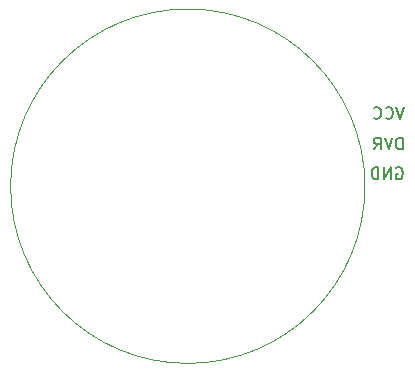
<source format=gbr>
%TF.GenerationSoftware,KiCad,Pcbnew,(5.1.9-0-10_14)*%
%TF.CreationDate,2021-02-28T22:55:37+01:00*%
%TF.ProjectId,f_buzzer,665f6275-7a7a-4657-922e-6b696361645f,rev?*%
%TF.SameCoordinates,Original*%
%TF.FileFunction,Legend,Bot*%
%TF.FilePolarity,Positive*%
%FSLAX46Y46*%
G04 Gerber Fmt 4.6, Leading zero omitted, Abs format (unit mm)*
G04 Created by KiCad (PCBNEW (5.1.9-0-10_14)) date 2021-02-28 22:55:37*
%MOMM*%
%LPD*%
G01*
G04 APERTURE LIST*
%ADD10C,0.150000*%
%ADD11C,0.120000*%
G04 APERTURE END LIST*
D10*
X180073333Y-85642380D02*
X179740000Y-86642380D01*
X179406666Y-85642380D01*
X178501904Y-86547142D02*
X178549523Y-86594761D01*
X178692380Y-86642380D01*
X178787619Y-86642380D01*
X178930476Y-86594761D01*
X179025714Y-86499523D01*
X179073333Y-86404285D01*
X179120952Y-86213809D01*
X179120952Y-86070952D01*
X179073333Y-85880476D01*
X179025714Y-85785238D01*
X178930476Y-85690000D01*
X178787619Y-85642380D01*
X178692380Y-85642380D01*
X178549523Y-85690000D01*
X178501904Y-85737619D01*
X177501904Y-86547142D02*
X177549523Y-86594761D01*
X177692380Y-86642380D01*
X177787619Y-86642380D01*
X177930476Y-86594761D01*
X178025714Y-86499523D01*
X178073333Y-86404285D01*
X178120952Y-86213809D01*
X178120952Y-86070952D01*
X178073333Y-85880476D01*
X178025714Y-85785238D01*
X177930476Y-85690000D01*
X177787619Y-85642380D01*
X177692380Y-85642380D01*
X177549523Y-85690000D01*
X177501904Y-85737619D01*
X179930476Y-89232380D02*
X179930476Y-88232380D01*
X179692380Y-88232380D01*
X179549523Y-88280000D01*
X179454285Y-88375238D01*
X179406666Y-88470476D01*
X179359047Y-88660952D01*
X179359047Y-88803809D01*
X179406666Y-88994285D01*
X179454285Y-89089523D01*
X179549523Y-89184761D01*
X179692380Y-89232380D01*
X179930476Y-89232380D01*
X179073333Y-88232380D02*
X178740000Y-89232380D01*
X178406666Y-88232380D01*
X177501904Y-89232380D02*
X177835238Y-88756190D01*
X178073333Y-89232380D02*
X178073333Y-88232380D01*
X177692380Y-88232380D01*
X177597142Y-88280000D01*
X177549523Y-88327619D01*
X177501904Y-88422857D01*
X177501904Y-88565714D01*
X177549523Y-88660952D01*
X177597142Y-88708571D01*
X177692380Y-88756190D01*
X178073333Y-88756190D01*
X179391904Y-90810000D02*
X179487142Y-90762380D01*
X179630000Y-90762380D01*
X179772857Y-90810000D01*
X179868095Y-90905238D01*
X179915714Y-91000476D01*
X179963333Y-91190952D01*
X179963333Y-91333809D01*
X179915714Y-91524285D01*
X179868095Y-91619523D01*
X179772857Y-91714761D01*
X179630000Y-91762380D01*
X179534761Y-91762380D01*
X179391904Y-91714761D01*
X179344285Y-91667142D01*
X179344285Y-91333809D01*
X179534761Y-91333809D01*
X178915714Y-91762380D02*
X178915714Y-90762380D01*
X178344285Y-91762380D01*
X178344285Y-90762380D01*
X177868095Y-91762380D02*
X177868095Y-90762380D01*
X177630000Y-90762380D01*
X177487142Y-90810000D01*
X177391904Y-90905238D01*
X177344285Y-91000476D01*
X177296666Y-91190952D01*
X177296666Y-91333809D01*
X177344285Y-91524285D01*
X177391904Y-91619523D01*
X177487142Y-91714761D01*
X177630000Y-91762380D01*
X177868095Y-91762380D01*
D11*
%TO.C,BZ1*%
X176740000Y-92350000D02*
G75*
G03*
X176740000Y-92350000I-15000000J0D01*
G01*
%TD*%
M02*

</source>
